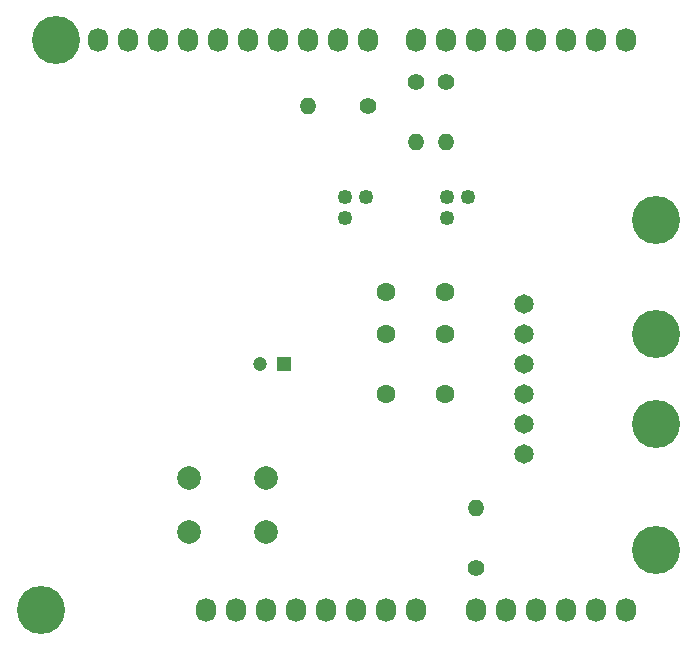
<source format=gbs>
%TF.GenerationSoftware,KiCad,Pcbnew,(5.1.9)-1*%
%TF.CreationDate,2021-02-18T13:46:49-05:00*%
%TF.ProjectId,K3NG_rotator_shield,4b334e47-5f72-46f7-9461-746f725f7368,rev?*%
%TF.SameCoordinates,Original*%
%TF.FileFunction,Soldermask,Bot*%
%TF.FilePolarity,Negative*%
%FSLAX46Y46*%
G04 Gerber Fmt 4.6, Leading zero omitted, Abs format (unit mm)*
G04 Created by KiCad (PCBNEW (5.1.9)-1) date 2021-02-18 13:46:49*
%MOMM*%
%LPD*%
G01*
G04 APERTURE LIST*
%ADD10C,2.000000*%
%ADD11C,4.064000*%
%ADD12C,1.650000*%
%ADD13O,1.400000X1.400000*%
%ADD14C,1.400000*%
%ADD15C,1.200000*%
%ADD16R,1.200000X1.200000*%
%ADD17C,1.600000*%
%ADD18C,1.251000*%
%ADD19O,1.727200X2.032000*%
G04 APERTURE END LIST*
D10*
%TO.C,SW1*%
X137518000Y-117221000D03*
X137518000Y-112721000D03*
X144018000Y-117221000D03*
X144018000Y-112721000D03*
%TD*%
D11*
%TO.C,P8*%
X177038000Y-108077000D03*
%TD*%
%TO.C,P8*%
X177038000Y-100457000D03*
%TD*%
D12*
%TO.C,J1*%
X165862000Y-110617000D03*
X165862000Y-108077000D03*
X165862000Y-105537000D03*
X165862000Y-102997000D03*
X165862000Y-100457000D03*
X165862000Y-97917000D03*
%TD*%
D13*
%TO.C,R4*%
X159258000Y-84201000D03*
D14*
X159258000Y-79121000D03*
%TD*%
D13*
%TO.C,R3*%
X147574000Y-81153000D03*
D14*
X152654000Y-81153000D03*
%TD*%
D13*
%TO.C,R2*%
X156718000Y-84201000D03*
D14*
X156718000Y-79121000D03*
%TD*%
D13*
%TO.C,R1*%
X161798000Y-115189000D03*
D14*
X161798000Y-120269000D03*
%TD*%
D15*
%TO.C,C4*%
X143542000Y-102997000D03*
D16*
X145542000Y-102997000D03*
%TD*%
D17*
%TO.C,C3*%
X159178000Y-96901000D03*
X154178000Y-96901000D03*
%TD*%
%TO.C,C2*%
X159178000Y-100457000D03*
X154178000Y-100457000D03*
%TD*%
%TO.C,C1*%
X159178000Y-105537000D03*
X154178000Y-105537000D03*
%TD*%
D18*
%TO.C,Q2*%
X159376000Y-90687000D03*
X159376000Y-88891000D03*
X161172000Y-88891000D03*
%TD*%
%TO.C,Q1*%
X150740000Y-90687000D03*
X150740000Y-88891000D03*
X152536000Y-88891000D03*
%TD*%
D19*
%TO.C,P1*%
X138938000Y-123825000D03*
X141478000Y-123825000D03*
X144018000Y-123825000D03*
X146558000Y-123825000D03*
X149098000Y-123825000D03*
X151638000Y-123825000D03*
X154178000Y-123825000D03*
X156718000Y-123825000D03*
%TD*%
%TO.C,P2*%
X161798000Y-123825000D03*
X164338000Y-123825000D03*
X166878000Y-123825000D03*
X169418000Y-123825000D03*
X171958000Y-123825000D03*
X174498000Y-123825000D03*
%TD*%
%TO.C,P3*%
X129794000Y-75565000D03*
X132334000Y-75565000D03*
X134874000Y-75565000D03*
X137414000Y-75565000D03*
X139954000Y-75565000D03*
X142494000Y-75565000D03*
X145034000Y-75565000D03*
X147574000Y-75565000D03*
X150114000Y-75565000D03*
X152654000Y-75565000D03*
%TD*%
%TO.C,P4*%
X156718000Y-75565000D03*
X159258000Y-75565000D03*
X161798000Y-75565000D03*
X164338000Y-75565000D03*
X166878000Y-75565000D03*
X169418000Y-75565000D03*
X171958000Y-75565000D03*
X174498000Y-75565000D03*
%TD*%
D11*
%TO.C,P5*%
X124968000Y-123825000D03*
%TD*%
%TO.C,P6*%
X177038000Y-118745000D03*
%TD*%
%TO.C,P7*%
X126238000Y-75565000D03*
%TD*%
%TO.C,P8*%
X177038000Y-90805000D03*
%TD*%
M02*

</source>
